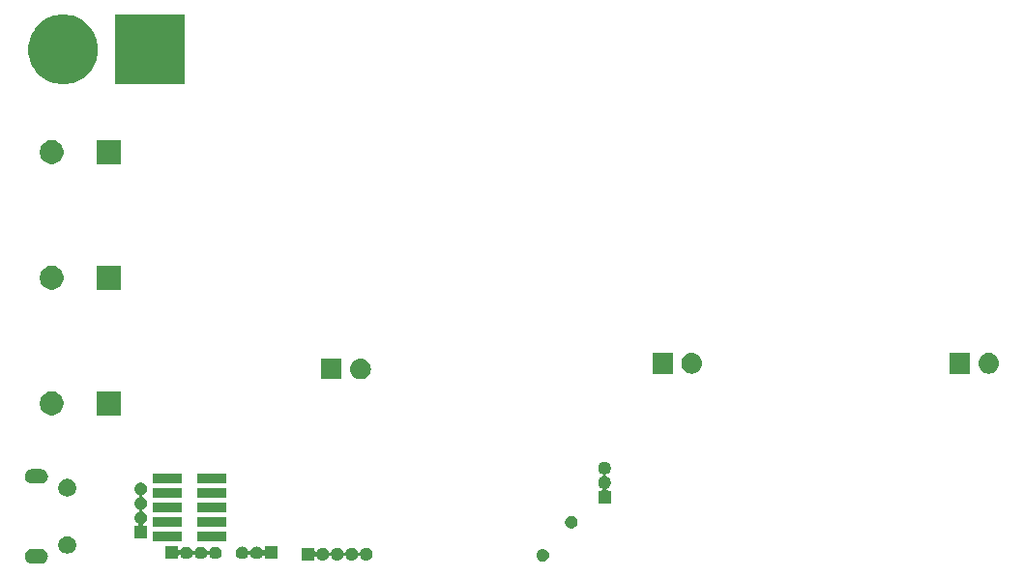
<source format=gbr>
G04 #@! TF.GenerationSoftware,KiCad,Pcbnew,(5.1.2)-2*
G04 #@! TF.CreationDate,2020-07-11T15:10:55+01:00*
G04 #@! TF.ProjectId,INV_Board,494e565f-426f-4617-9264-2e6b69636164,rev?*
G04 #@! TF.SameCoordinates,Original*
G04 #@! TF.FileFunction,Soldermask,Bot*
G04 #@! TF.FilePolarity,Negative*
%FSLAX46Y46*%
G04 Gerber Fmt 4.6, Leading zero omitted, Abs format (unit mm)*
G04 Created by KiCad (PCBNEW (5.1.2)-2) date 2020-07-11 15:10:55*
%MOMM*%
%LPD*%
G04 APERTURE LIST*
%ADD10C,0.100000*%
G04 APERTURE END LIST*
D10*
G36*
X42076355Y-75752140D02*
G01*
X42140118Y-75758420D01*
X42202241Y-75777265D01*
X42262836Y-75795646D01*
X42375925Y-75856094D01*
X42475054Y-75937446D01*
X42556406Y-76036575D01*
X42616854Y-76149664D01*
X42616855Y-76149668D01*
X42654080Y-76272382D01*
X42666649Y-76400000D01*
X42654080Y-76527618D01*
X42634701Y-76591501D01*
X42616854Y-76650336D01*
X42556406Y-76763425D01*
X42475054Y-76862554D01*
X42375925Y-76943906D01*
X42262836Y-77004354D01*
X42230904Y-77014040D01*
X42140118Y-77041580D01*
X42076355Y-77047860D01*
X42044474Y-77051000D01*
X41280526Y-77051000D01*
X41248645Y-77047860D01*
X41184882Y-77041580D01*
X41094096Y-77014040D01*
X41062164Y-77004354D01*
X40949075Y-76943906D01*
X40849946Y-76862554D01*
X40768594Y-76763425D01*
X40708146Y-76650336D01*
X40690299Y-76591501D01*
X40670920Y-76527618D01*
X40658351Y-76400000D01*
X40670920Y-76272382D01*
X40708145Y-76149668D01*
X40708146Y-76149664D01*
X40768594Y-76036575D01*
X40849946Y-75937446D01*
X40949075Y-75856094D01*
X41062164Y-75795646D01*
X41122759Y-75777265D01*
X41184882Y-75758420D01*
X41248645Y-75752140D01*
X41280526Y-75749000D01*
X42044474Y-75749000D01*
X42076355Y-75752140D01*
X42076355Y-75752140D01*
G37*
G36*
X86160721Y-75770174D02*
G01*
X86260995Y-75811709D01*
X86281036Y-75825100D01*
X86351242Y-75872010D01*
X86427990Y-75948758D01*
X86451663Y-75984188D01*
X86488291Y-76039005D01*
X86529826Y-76139279D01*
X86551000Y-76245730D01*
X86551000Y-76354270D01*
X86529826Y-76460721D01*
X86488291Y-76560995D01*
X86488290Y-76560996D01*
X86427990Y-76651242D01*
X86351242Y-76727990D01*
X86328737Y-76743027D01*
X86260995Y-76788291D01*
X86160721Y-76829826D01*
X86054270Y-76851000D01*
X85945730Y-76851000D01*
X85839279Y-76829826D01*
X85739005Y-76788291D01*
X85671263Y-76743027D01*
X85648758Y-76727990D01*
X85572010Y-76651242D01*
X85511710Y-76560996D01*
X85511709Y-76560995D01*
X85470174Y-76460721D01*
X85449000Y-76354270D01*
X85449000Y-76245730D01*
X85470174Y-76139279D01*
X85511709Y-76039005D01*
X85548337Y-75984188D01*
X85572010Y-75948758D01*
X85648758Y-75872010D01*
X85718964Y-75825100D01*
X85739005Y-75811709D01*
X85839279Y-75770174D01*
X85945730Y-75749000D01*
X86054270Y-75749000D01*
X86160721Y-75770174D01*
X86160721Y-75770174D01*
G37*
G36*
X66011000Y-75877265D02*
G01*
X66013402Y-75901651D01*
X66020515Y-75925100D01*
X66032066Y-75946711D01*
X66047611Y-75965653D01*
X66066553Y-75981198D01*
X66088164Y-75992749D01*
X66111613Y-75999862D01*
X66135999Y-76002264D01*
X66160385Y-75999862D01*
X66183834Y-75992749D01*
X66205445Y-75981198D01*
X66224387Y-75965653D01*
X66239932Y-75946711D01*
X66246233Y-75936198D01*
X66269644Y-75892400D01*
X66338499Y-75808499D01*
X66346843Y-75801651D01*
X66422400Y-75739643D01*
X66490945Y-75703005D01*
X66518121Y-75688479D01*
X66621985Y-75656973D01*
X66702933Y-75649000D01*
X66757067Y-75649000D01*
X66838015Y-75656973D01*
X66941879Y-75688479D01*
X66969055Y-75703005D01*
X67037600Y-75739643D01*
X67121501Y-75808499D01*
X67190357Y-75892400D01*
X67220481Y-75948758D01*
X67241521Y-75988121D01*
X67245388Y-76000869D01*
X67254760Y-76023496D01*
X67268374Y-76043870D01*
X67285701Y-76061197D01*
X67306075Y-76074811D01*
X67328714Y-76084188D01*
X67352747Y-76088969D01*
X67377251Y-76088969D01*
X67401285Y-76084189D01*
X67423924Y-76074812D01*
X67444298Y-76061198D01*
X67461625Y-76043871D01*
X67475239Y-76023497D01*
X67484612Y-76000869D01*
X67488479Y-75988121D01*
X67509519Y-75948758D01*
X67539643Y-75892400D01*
X67608499Y-75808499D01*
X67692400Y-75739643D01*
X67760945Y-75703005D01*
X67788121Y-75688479D01*
X67891985Y-75656973D01*
X67972933Y-75649000D01*
X68027067Y-75649000D01*
X68108015Y-75656973D01*
X68211879Y-75688479D01*
X68239055Y-75703005D01*
X68307600Y-75739643D01*
X68391501Y-75808499D01*
X68460357Y-75892400D01*
X68490481Y-75948758D01*
X68511521Y-75988121D01*
X68515388Y-76000869D01*
X68524760Y-76023496D01*
X68538374Y-76043870D01*
X68555701Y-76061197D01*
X68576075Y-76074811D01*
X68598714Y-76084188D01*
X68622747Y-76088969D01*
X68647251Y-76088969D01*
X68671285Y-76084189D01*
X68693924Y-76074812D01*
X68714298Y-76061198D01*
X68731625Y-76043871D01*
X68745239Y-76023497D01*
X68754612Y-76000869D01*
X68758479Y-75988121D01*
X68779519Y-75948758D01*
X68809643Y-75892400D01*
X68878499Y-75808499D01*
X68962400Y-75739643D01*
X69030945Y-75703005D01*
X69058121Y-75688479D01*
X69161985Y-75656973D01*
X69242933Y-75649000D01*
X69297067Y-75649000D01*
X69378015Y-75656973D01*
X69481879Y-75688479D01*
X69509055Y-75703005D01*
X69577600Y-75739643D01*
X69661501Y-75808499D01*
X69730357Y-75892400D01*
X69760481Y-75948758D01*
X69781521Y-75988121D01*
X69785388Y-76000869D01*
X69794760Y-76023496D01*
X69808374Y-76043870D01*
X69825701Y-76061197D01*
X69846075Y-76074811D01*
X69868714Y-76084188D01*
X69892747Y-76088969D01*
X69917251Y-76088969D01*
X69941285Y-76084189D01*
X69963924Y-76074812D01*
X69984298Y-76061198D01*
X70001625Y-76043871D01*
X70015239Y-76023497D01*
X70024612Y-76000869D01*
X70028479Y-75988121D01*
X70049519Y-75948758D01*
X70079643Y-75892400D01*
X70148499Y-75808499D01*
X70232400Y-75739643D01*
X70300945Y-75703005D01*
X70328121Y-75688479D01*
X70431985Y-75656973D01*
X70512933Y-75649000D01*
X70567067Y-75649000D01*
X70648015Y-75656973D01*
X70751879Y-75688479D01*
X70779055Y-75703005D01*
X70847600Y-75739643D01*
X70931501Y-75808499D01*
X71000357Y-75892400D01*
X71030481Y-75948758D01*
X71051521Y-75988121D01*
X71083027Y-76091985D01*
X71093666Y-76200000D01*
X71083027Y-76308015D01*
X71051521Y-76411879D01*
X71051191Y-76412496D01*
X71000357Y-76507600D01*
X70931501Y-76591501D01*
X70847600Y-76660357D01*
X70779055Y-76696995D01*
X70751879Y-76711521D01*
X70648015Y-76743027D01*
X70567067Y-76751000D01*
X70512933Y-76751000D01*
X70431985Y-76743027D01*
X70328121Y-76711521D01*
X70300945Y-76696995D01*
X70232400Y-76660357D01*
X70148499Y-76591501D01*
X70079643Y-76507600D01*
X70028809Y-76412496D01*
X70028479Y-76411879D01*
X70024612Y-76399131D01*
X70015240Y-76376504D01*
X70001626Y-76356130D01*
X69984299Y-76338803D01*
X69963925Y-76325189D01*
X69941286Y-76315812D01*
X69917253Y-76311031D01*
X69892749Y-76311031D01*
X69868715Y-76315811D01*
X69846076Y-76325188D01*
X69825702Y-76338802D01*
X69808375Y-76356129D01*
X69794761Y-76376503D01*
X69785388Y-76399131D01*
X69781521Y-76411879D01*
X69781191Y-76412496D01*
X69730357Y-76507600D01*
X69661501Y-76591501D01*
X69577600Y-76660357D01*
X69509055Y-76696995D01*
X69481879Y-76711521D01*
X69378015Y-76743027D01*
X69297067Y-76751000D01*
X69242933Y-76751000D01*
X69161985Y-76743027D01*
X69058121Y-76711521D01*
X69030945Y-76696995D01*
X68962400Y-76660357D01*
X68878499Y-76591501D01*
X68809643Y-76507600D01*
X68758809Y-76412496D01*
X68758479Y-76411879D01*
X68754612Y-76399131D01*
X68745240Y-76376504D01*
X68731626Y-76356130D01*
X68714299Y-76338803D01*
X68693925Y-76325189D01*
X68671286Y-76315812D01*
X68647253Y-76311031D01*
X68622749Y-76311031D01*
X68598715Y-76315811D01*
X68576076Y-76325188D01*
X68555702Y-76338802D01*
X68538375Y-76356129D01*
X68524761Y-76376503D01*
X68515388Y-76399131D01*
X68511521Y-76411879D01*
X68511191Y-76412496D01*
X68460357Y-76507600D01*
X68391501Y-76591501D01*
X68307600Y-76660357D01*
X68239055Y-76696995D01*
X68211879Y-76711521D01*
X68108015Y-76743027D01*
X68027067Y-76751000D01*
X67972933Y-76751000D01*
X67891985Y-76743027D01*
X67788121Y-76711521D01*
X67760945Y-76696995D01*
X67692400Y-76660357D01*
X67608499Y-76591501D01*
X67539643Y-76507600D01*
X67488809Y-76412496D01*
X67488479Y-76411879D01*
X67484612Y-76399131D01*
X67475240Y-76376504D01*
X67461626Y-76356130D01*
X67444299Y-76338803D01*
X67423925Y-76325189D01*
X67401286Y-76315812D01*
X67377253Y-76311031D01*
X67352749Y-76311031D01*
X67328715Y-76315811D01*
X67306076Y-76325188D01*
X67285702Y-76338802D01*
X67268375Y-76356129D01*
X67254761Y-76376503D01*
X67245388Y-76399131D01*
X67241521Y-76411879D01*
X67241191Y-76412496D01*
X67190357Y-76507600D01*
X67121501Y-76591501D01*
X67037600Y-76660357D01*
X66969055Y-76696995D01*
X66941879Y-76711521D01*
X66838015Y-76743027D01*
X66757067Y-76751000D01*
X66702933Y-76751000D01*
X66621985Y-76743027D01*
X66518121Y-76711521D01*
X66490945Y-76696995D01*
X66422400Y-76660357D01*
X66338499Y-76591501D01*
X66269644Y-76507600D01*
X66246236Y-76463807D01*
X66232625Y-76443437D01*
X66215298Y-76426110D01*
X66194924Y-76412496D01*
X66172285Y-76403119D01*
X66148252Y-76398338D01*
X66123748Y-76398338D01*
X66099714Y-76403118D01*
X66077076Y-76412495D01*
X66056701Y-76426109D01*
X66039374Y-76443436D01*
X66025760Y-76463810D01*
X66016383Y-76486449D01*
X66011602Y-76510482D01*
X66011000Y-76522735D01*
X66011000Y-76751000D01*
X64909000Y-76751000D01*
X64909000Y-75649000D01*
X66011000Y-75649000D01*
X66011000Y-75877265D01*
X66011000Y-75877265D01*
G37*
G36*
X59768015Y-75556973D02*
G01*
X59871879Y-75588479D01*
X59899055Y-75603005D01*
X59967600Y-75639643D01*
X60051501Y-75708499D01*
X60120357Y-75792400D01*
X60154402Y-75856094D01*
X60171521Y-75888121D01*
X60175388Y-75900869D01*
X60184760Y-75923496D01*
X60198374Y-75943870D01*
X60215701Y-75961197D01*
X60236075Y-75974811D01*
X60258714Y-75984188D01*
X60282747Y-75988969D01*
X60307251Y-75988969D01*
X60331285Y-75984189D01*
X60353924Y-75974812D01*
X60374298Y-75961198D01*
X60391625Y-75943871D01*
X60405239Y-75923497D01*
X60414612Y-75900869D01*
X60418479Y-75888121D01*
X60435598Y-75856094D01*
X60469643Y-75792400D01*
X60538499Y-75708499D01*
X60622400Y-75639643D01*
X60690945Y-75603005D01*
X60718121Y-75588479D01*
X60821985Y-75556973D01*
X60902933Y-75549000D01*
X60957067Y-75549000D01*
X61038015Y-75556973D01*
X61141879Y-75588479D01*
X61169055Y-75603005D01*
X61237600Y-75639643D01*
X61297109Y-75688481D01*
X61321501Y-75708499D01*
X61390356Y-75792400D01*
X61413764Y-75836193D01*
X61427375Y-75856563D01*
X61444702Y-75873890D01*
X61465076Y-75887504D01*
X61487715Y-75896881D01*
X61511748Y-75901662D01*
X61536252Y-75901662D01*
X61560286Y-75896882D01*
X61582924Y-75887505D01*
X61603299Y-75873891D01*
X61620626Y-75856564D01*
X61634240Y-75836190D01*
X61643617Y-75813551D01*
X61648398Y-75789518D01*
X61649000Y-75777265D01*
X61649000Y-75549000D01*
X62751000Y-75549000D01*
X62751000Y-76651000D01*
X61649000Y-76651000D01*
X61649000Y-76422735D01*
X61646598Y-76398349D01*
X61639485Y-76374900D01*
X61627934Y-76353289D01*
X61612389Y-76334347D01*
X61593447Y-76318802D01*
X61571836Y-76307251D01*
X61548387Y-76300138D01*
X61524001Y-76297736D01*
X61499615Y-76300138D01*
X61476166Y-76307251D01*
X61454555Y-76318802D01*
X61435613Y-76334347D01*
X61420068Y-76353289D01*
X61413767Y-76363802D01*
X61390356Y-76407600D01*
X61325647Y-76486449D01*
X61321501Y-76491501D01*
X61237600Y-76560357D01*
X61179333Y-76591501D01*
X61141879Y-76611521D01*
X61038015Y-76643027D01*
X60957067Y-76651000D01*
X60902933Y-76651000D01*
X60821985Y-76643027D01*
X60718121Y-76611521D01*
X60680667Y-76591501D01*
X60622400Y-76560357D01*
X60538499Y-76491501D01*
X60469643Y-76407600D01*
X60426085Y-76326109D01*
X60418479Y-76311879D01*
X60414612Y-76299131D01*
X60405240Y-76276504D01*
X60391626Y-76256130D01*
X60374299Y-76238803D01*
X60353925Y-76225189D01*
X60331286Y-76215812D01*
X60307253Y-76211031D01*
X60282749Y-76211031D01*
X60258715Y-76215811D01*
X60236076Y-76225188D01*
X60215702Y-76238802D01*
X60198375Y-76256129D01*
X60184761Y-76276503D01*
X60175388Y-76299131D01*
X60171521Y-76311879D01*
X60163915Y-76326109D01*
X60120357Y-76407600D01*
X60051501Y-76491501D01*
X59967600Y-76560357D01*
X59909333Y-76591501D01*
X59871879Y-76611521D01*
X59768015Y-76643027D01*
X59687067Y-76651000D01*
X59632933Y-76651000D01*
X59551985Y-76643027D01*
X59448121Y-76611521D01*
X59410667Y-76591501D01*
X59352400Y-76560357D01*
X59268499Y-76491501D01*
X59199643Y-76407600D01*
X59156085Y-76326109D01*
X59148479Y-76311879D01*
X59116973Y-76208015D01*
X59106334Y-76100000D01*
X59116973Y-75991985D01*
X59148479Y-75888121D01*
X59165598Y-75856094D01*
X59199643Y-75792400D01*
X59268499Y-75708499D01*
X59352400Y-75639643D01*
X59420945Y-75603005D01*
X59448121Y-75588479D01*
X59551985Y-75556973D01*
X59632933Y-75549000D01*
X59687067Y-75549000D01*
X59768015Y-75556973D01*
X59768015Y-75556973D01*
G37*
G36*
X54081000Y-75777265D02*
G01*
X54083402Y-75801651D01*
X54090515Y-75825100D01*
X54102066Y-75846711D01*
X54117611Y-75865653D01*
X54136553Y-75881198D01*
X54158164Y-75892749D01*
X54181613Y-75899862D01*
X54205999Y-75902264D01*
X54230385Y-75899862D01*
X54253834Y-75892749D01*
X54275445Y-75881198D01*
X54294387Y-75865653D01*
X54309932Y-75846711D01*
X54316233Y-75836198D01*
X54339644Y-75792400D01*
X54408499Y-75708499D01*
X54432891Y-75688481D01*
X54492400Y-75639643D01*
X54560945Y-75603005D01*
X54588121Y-75588479D01*
X54691985Y-75556973D01*
X54772933Y-75549000D01*
X54827067Y-75549000D01*
X54908015Y-75556973D01*
X55011879Y-75588479D01*
X55039055Y-75603005D01*
X55107600Y-75639643D01*
X55191501Y-75708499D01*
X55260357Y-75792400D01*
X55294402Y-75856094D01*
X55311521Y-75888121D01*
X55315388Y-75900869D01*
X55324760Y-75923496D01*
X55338374Y-75943870D01*
X55355701Y-75961197D01*
X55376075Y-75974811D01*
X55398714Y-75984188D01*
X55422747Y-75988969D01*
X55447251Y-75988969D01*
X55471285Y-75984189D01*
X55493924Y-75974812D01*
X55514298Y-75961198D01*
X55531625Y-75943871D01*
X55545239Y-75923497D01*
X55554612Y-75900869D01*
X55558479Y-75888121D01*
X55575598Y-75856094D01*
X55609643Y-75792400D01*
X55678499Y-75708499D01*
X55762400Y-75639643D01*
X55830945Y-75603005D01*
X55858121Y-75588479D01*
X55961985Y-75556973D01*
X56042933Y-75549000D01*
X56097067Y-75549000D01*
X56178015Y-75556973D01*
X56281879Y-75588479D01*
X56309055Y-75603005D01*
X56377600Y-75639643D01*
X56461501Y-75708499D01*
X56530357Y-75792400D01*
X56564402Y-75856094D01*
X56581521Y-75888121D01*
X56585388Y-75900869D01*
X56594760Y-75923496D01*
X56608374Y-75943870D01*
X56625701Y-75961197D01*
X56646075Y-75974811D01*
X56668714Y-75984188D01*
X56692747Y-75988969D01*
X56717251Y-75988969D01*
X56741285Y-75984189D01*
X56763924Y-75974812D01*
X56784298Y-75961198D01*
X56801625Y-75943871D01*
X56815239Y-75923497D01*
X56824612Y-75900869D01*
X56828479Y-75888121D01*
X56845598Y-75856094D01*
X56879643Y-75792400D01*
X56948499Y-75708499D01*
X57032400Y-75639643D01*
X57100945Y-75603005D01*
X57128121Y-75588479D01*
X57231985Y-75556973D01*
X57312933Y-75549000D01*
X57367067Y-75549000D01*
X57448015Y-75556973D01*
X57551879Y-75588479D01*
X57579055Y-75603005D01*
X57647600Y-75639643D01*
X57731501Y-75708499D01*
X57800357Y-75792400D01*
X57834402Y-75856094D01*
X57851521Y-75888121D01*
X57883027Y-75991985D01*
X57893666Y-76100000D01*
X57883027Y-76208015D01*
X57851521Y-76311879D01*
X57843915Y-76326109D01*
X57800357Y-76407600D01*
X57731501Y-76491501D01*
X57647600Y-76560357D01*
X57589333Y-76591501D01*
X57551879Y-76611521D01*
X57448015Y-76643027D01*
X57367067Y-76651000D01*
X57312933Y-76651000D01*
X57231985Y-76643027D01*
X57128121Y-76611521D01*
X57090667Y-76591501D01*
X57032400Y-76560357D01*
X56948499Y-76491501D01*
X56879643Y-76407600D01*
X56836085Y-76326109D01*
X56828479Y-76311879D01*
X56824612Y-76299131D01*
X56815240Y-76276504D01*
X56801626Y-76256130D01*
X56784299Y-76238803D01*
X56763925Y-76225189D01*
X56741286Y-76215812D01*
X56717253Y-76211031D01*
X56692749Y-76211031D01*
X56668715Y-76215811D01*
X56646076Y-76225188D01*
X56625702Y-76238802D01*
X56608375Y-76256129D01*
X56594761Y-76276503D01*
X56585388Y-76299131D01*
X56581521Y-76311879D01*
X56573915Y-76326109D01*
X56530357Y-76407600D01*
X56461501Y-76491501D01*
X56377600Y-76560357D01*
X56319333Y-76591501D01*
X56281879Y-76611521D01*
X56178015Y-76643027D01*
X56097067Y-76651000D01*
X56042933Y-76651000D01*
X55961985Y-76643027D01*
X55858121Y-76611521D01*
X55820667Y-76591501D01*
X55762400Y-76560357D01*
X55678499Y-76491501D01*
X55609643Y-76407600D01*
X55566085Y-76326109D01*
X55558479Y-76311879D01*
X55554612Y-76299131D01*
X55545240Y-76276504D01*
X55531626Y-76256130D01*
X55514299Y-76238803D01*
X55493925Y-76225189D01*
X55471286Y-76215812D01*
X55447253Y-76211031D01*
X55422749Y-76211031D01*
X55398715Y-76215811D01*
X55376076Y-76225188D01*
X55355702Y-76238802D01*
X55338375Y-76256129D01*
X55324761Y-76276503D01*
X55315388Y-76299131D01*
X55311521Y-76311879D01*
X55303915Y-76326109D01*
X55260357Y-76407600D01*
X55191501Y-76491501D01*
X55107600Y-76560357D01*
X55049333Y-76591501D01*
X55011879Y-76611521D01*
X54908015Y-76643027D01*
X54827067Y-76651000D01*
X54772933Y-76651000D01*
X54691985Y-76643027D01*
X54588121Y-76611521D01*
X54550667Y-76591501D01*
X54492400Y-76560357D01*
X54408499Y-76491501D01*
X54404353Y-76486449D01*
X54339644Y-76407600D01*
X54316236Y-76363807D01*
X54302625Y-76343437D01*
X54285298Y-76326110D01*
X54264924Y-76312496D01*
X54242285Y-76303119D01*
X54218252Y-76298338D01*
X54193748Y-76298338D01*
X54169714Y-76303118D01*
X54147076Y-76312495D01*
X54126701Y-76326109D01*
X54109374Y-76343436D01*
X54095760Y-76363810D01*
X54086383Y-76386449D01*
X54081602Y-76410482D01*
X54081000Y-76422735D01*
X54081000Y-76651000D01*
X52979000Y-76651000D01*
X52979000Y-75549000D01*
X54081000Y-75549000D01*
X54081000Y-75777265D01*
X54081000Y-75777265D01*
G37*
G36*
X44588848Y-74653820D02*
G01*
X44588850Y-74653821D01*
X44588851Y-74653821D01*
X44730074Y-74712317D01*
X44730077Y-74712319D01*
X44857169Y-74797239D01*
X44965261Y-74905331D01*
X45050181Y-75032423D01*
X45050183Y-75032426D01*
X45108679Y-75173649D01*
X45108680Y-75173652D01*
X45138500Y-75323569D01*
X45138500Y-75476431D01*
X45116213Y-75588479D01*
X45108679Y-75626351D01*
X45050183Y-75767574D01*
X45050181Y-75767577D01*
X44965261Y-75894669D01*
X44857169Y-76002761D01*
X44749338Y-76074811D01*
X44730074Y-76087683D01*
X44588851Y-76146179D01*
X44588850Y-76146179D01*
X44588848Y-76146180D01*
X44438931Y-76176000D01*
X44286069Y-76176000D01*
X44136152Y-76146180D01*
X44136150Y-76146179D01*
X44136149Y-76146179D01*
X43994926Y-76087683D01*
X43975662Y-76074811D01*
X43867831Y-76002761D01*
X43759739Y-75894669D01*
X43674819Y-75767577D01*
X43674817Y-75767574D01*
X43616321Y-75626351D01*
X43608788Y-75588479D01*
X43586500Y-75476431D01*
X43586500Y-75323569D01*
X43616320Y-75173652D01*
X43616321Y-75173649D01*
X43674817Y-75032426D01*
X43674819Y-75032423D01*
X43759739Y-74905331D01*
X43867831Y-74797239D01*
X43994923Y-74712319D01*
X43994926Y-74712317D01*
X44136149Y-74653821D01*
X44136150Y-74653821D01*
X44136152Y-74653820D01*
X44286069Y-74624000D01*
X44438931Y-74624000D01*
X44588848Y-74653820D01*
X44588848Y-74653820D01*
G37*
G36*
X58251000Y-75061000D02*
G01*
X55749000Y-75061000D01*
X55749000Y-74219000D01*
X58251000Y-74219000D01*
X58251000Y-75061000D01*
X58251000Y-75061000D01*
G37*
G36*
X54351000Y-75061000D02*
G01*
X51849000Y-75061000D01*
X51849000Y-74219000D01*
X54351000Y-74219000D01*
X54351000Y-75061000D01*
X54351000Y-75061000D01*
G37*
G36*
X50908015Y-69946973D02*
G01*
X51011879Y-69978479D01*
X51016595Y-69981000D01*
X51107600Y-70029643D01*
X51191501Y-70098499D01*
X51260357Y-70182400D01*
X51289862Y-70237600D01*
X51311521Y-70278121D01*
X51343027Y-70381985D01*
X51353666Y-70490000D01*
X51343027Y-70598015D01*
X51311521Y-70701879D01*
X51311519Y-70701882D01*
X51260357Y-70797600D01*
X51191501Y-70881501D01*
X51107600Y-70950357D01*
X51039055Y-70986995D01*
X51011879Y-71001521D01*
X50999131Y-71005388D01*
X50976504Y-71014760D01*
X50956130Y-71028374D01*
X50938803Y-71045701D01*
X50925189Y-71066075D01*
X50915812Y-71088714D01*
X50911031Y-71112747D01*
X50911031Y-71137251D01*
X50915811Y-71161285D01*
X50925188Y-71183924D01*
X50938802Y-71204298D01*
X50956129Y-71221625D01*
X50976503Y-71235239D01*
X50999131Y-71244612D01*
X51011879Y-71248479D01*
X51016595Y-71251000D01*
X51107600Y-71299643D01*
X51191501Y-71368499D01*
X51260357Y-71452400D01*
X51296995Y-71520945D01*
X51311521Y-71548121D01*
X51343027Y-71651985D01*
X51353666Y-71760000D01*
X51343027Y-71868015D01*
X51311521Y-71971879D01*
X51311519Y-71971882D01*
X51260357Y-72067600D01*
X51191501Y-72151501D01*
X51107600Y-72220357D01*
X51039055Y-72256995D01*
X51011879Y-72271521D01*
X50999131Y-72275388D01*
X50976504Y-72284760D01*
X50956130Y-72298374D01*
X50938803Y-72315701D01*
X50925189Y-72336075D01*
X50915812Y-72358714D01*
X50911031Y-72382747D01*
X50911031Y-72407251D01*
X50915811Y-72431285D01*
X50925188Y-72453924D01*
X50938802Y-72474298D01*
X50956129Y-72491625D01*
X50976503Y-72505239D01*
X50999131Y-72514612D01*
X51011879Y-72518479D01*
X51016595Y-72521000D01*
X51107600Y-72569643D01*
X51191501Y-72638499D01*
X51260357Y-72722400D01*
X51296995Y-72790945D01*
X51311521Y-72818121D01*
X51343027Y-72921985D01*
X51353666Y-73030000D01*
X51343027Y-73138015D01*
X51311521Y-73241879D01*
X51311519Y-73241882D01*
X51260357Y-73337600D01*
X51191501Y-73421501D01*
X51107600Y-73490356D01*
X51063807Y-73513764D01*
X51043437Y-73527375D01*
X51026110Y-73544702D01*
X51012496Y-73565076D01*
X51003119Y-73587715D01*
X50998338Y-73611748D01*
X50998338Y-73636252D01*
X51003118Y-73660286D01*
X51012495Y-73682924D01*
X51026109Y-73703299D01*
X51043436Y-73720626D01*
X51063810Y-73734240D01*
X51086449Y-73743617D01*
X51110482Y-73748398D01*
X51122735Y-73749000D01*
X51351000Y-73749000D01*
X51351000Y-74851000D01*
X50249000Y-74851000D01*
X50249000Y-73749000D01*
X50477265Y-73749000D01*
X50501651Y-73746598D01*
X50525100Y-73739485D01*
X50546711Y-73727934D01*
X50565653Y-73712389D01*
X50581198Y-73693447D01*
X50592749Y-73671836D01*
X50599862Y-73648387D01*
X50602264Y-73624001D01*
X50599862Y-73599615D01*
X50592749Y-73576166D01*
X50581198Y-73554555D01*
X50565653Y-73535613D01*
X50546711Y-73520068D01*
X50536198Y-73513767D01*
X50492400Y-73490356D01*
X50408499Y-73421501D01*
X50339643Y-73337600D01*
X50288481Y-73241882D01*
X50288479Y-73241879D01*
X50256973Y-73138015D01*
X50246334Y-73030000D01*
X50256973Y-72921985D01*
X50288479Y-72818121D01*
X50303005Y-72790945D01*
X50339643Y-72722400D01*
X50408499Y-72638499D01*
X50492400Y-72569643D01*
X50583405Y-72521000D01*
X50588121Y-72518479D01*
X50600869Y-72514612D01*
X50623496Y-72505240D01*
X50643870Y-72491626D01*
X50661197Y-72474299D01*
X50674811Y-72453925D01*
X50684188Y-72431286D01*
X50688969Y-72407253D01*
X50688969Y-72382749D01*
X50684189Y-72358715D01*
X50674812Y-72336076D01*
X50661198Y-72315702D01*
X50643871Y-72298375D01*
X50623497Y-72284761D01*
X50600869Y-72275388D01*
X50588121Y-72271521D01*
X50560945Y-72256995D01*
X50492400Y-72220357D01*
X50408499Y-72151501D01*
X50339643Y-72067600D01*
X50288481Y-71971882D01*
X50288479Y-71971879D01*
X50256973Y-71868015D01*
X50246334Y-71760000D01*
X50256973Y-71651985D01*
X50288479Y-71548121D01*
X50303005Y-71520945D01*
X50339643Y-71452400D01*
X50408499Y-71368499D01*
X50492400Y-71299643D01*
X50583405Y-71251000D01*
X50588121Y-71248479D01*
X50600869Y-71244612D01*
X50623496Y-71235240D01*
X50643870Y-71221626D01*
X50661197Y-71204299D01*
X50674811Y-71183925D01*
X50684188Y-71161286D01*
X50688969Y-71137253D01*
X50688969Y-71112749D01*
X50684189Y-71088715D01*
X50674812Y-71066076D01*
X50661198Y-71045702D01*
X50643871Y-71028375D01*
X50623497Y-71014761D01*
X50600869Y-71005388D01*
X50588121Y-71001521D01*
X50560945Y-70986995D01*
X50492400Y-70950357D01*
X50408499Y-70881501D01*
X50339643Y-70797600D01*
X50288481Y-70701882D01*
X50288479Y-70701879D01*
X50256973Y-70598015D01*
X50246334Y-70490000D01*
X50256973Y-70381985D01*
X50288479Y-70278121D01*
X50310138Y-70237600D01*
X50339643Y-70182400D01*
X50408499Y-70098499D01*
X50492400Y-70029643D01*
X50583405Y-69981000D01*
X50588121Y-69978479D01*
X50691985Y-69946973D01*
X50772933Y-69939000D01*
X50827067Y-69939000D01*
X50908015Y-69946973D01*
X50908015Y-69946973D01*
G37*
G36*
X88660721Y-72870174D02*
G01*
X88760995Y-72911709D01*
X88760996Y-72911710D01*
X88851242Y-72972010D01*
X88927990Y-73048758D01*
X88927991Y-73048760D01*
X88988291Y-73139005D01*
X89029826Y-73239279D01*
X89051000Y-73345730D01*
X89051000Y-73454270D01*
X89029826Y-73560721D01*
X88988291Y-73660995D01*
X88988290Y-73660996D01*
X88927990Y-73751242D01*
X88851242Y-73827990D01*
X88805812Y-73858345D01*
X88760995Y-73888291D01*
X88660721Y-73929826D01*
X88554270Y-73951000D01*
X88445730Y-73951000D01*
X88339279Y-73929826D01*
X88239005Y-73888291D01*
X88194188Y-73858345D01*
X88148758Y-73827990D01*
X88072010Y-73751242D01*
X88011710Y-73660996D01*
X88011709Y-73660995D01*
X87970174Y-73560721D01*
X87949000Y-73454270D01*
X87949000Y-73345730D01*
X87970174Y-73239279D01*
X88011709Y-73139005D01*
X88072009Y-73048760D01*
X88072010Y-73048758D01*
X88148758Y-72972010D01*
X88239004Y-72911710D01*
X88239005Y-72911709D01*
X88339279Y-72870174D01*
X88445730Y-72849000D01*
X88554270Y-72849000D01*
X88660721Y-72870174D01*
X88660721Y-72870174D01*
G37*
G36*
X58251000Y-73791000D02*
G01*
X55749000Y-73791000D01*
X55749000Y-72949000D01*
X58251000Y-72949000D01*
X58251000Y-73791000D01*
X58251000Y-73791000D01*
G37*
G36*
X54351000Y-73791000D02*
G01*
X51849000Y-73791000D01*
X51849000Y-72949000D01*
X54351000Y-72949000D01*
X54351000Y-73791000D01*
X54351000Y-73791000D01*
G37*
G36*
X58251000Y-72521000D02*
G01*
X55749000Y-72521000D01*
X55749000Y-71679000D01*
X58251000Y-71679000D01*
X58251000Y-72521000D01*
X58251000Y-72521000D01*
G37*
G36*
X54351000Y-72521000D02*
G01*
X51849000Y-72521000D01*
X51849000Y-71679000D01*
X54351000Y-71679000D01*
X54351000Y-72521000D01*
X54351000Y-72521000D01*
G37*
G36*
X91508015Y-68116973D02*
G01*
X91611879Y-68148479D01*
X91639055Y-68163005D01*
X91707600Y-68199643D01*
X91791501Y-68268499D01*
X91860357Y-68352400D01*
X91896995Y-68420945D01*
X91911521Y-68448121D01*
X91943027Y-68551985D01*
X91953666Y-68660000D01*
X91943027Y-68768015D01*
X91911521Y-68871879D01*
X91911519Y-68871882D01*
X91860357Y-68967600D01*
X91791501Y-69051501D01*
X91707600Y-69120357D01*
X91639055Y-69156995D01*
X91611879Y-69171521D01*
X91599131Y-69175388D01*
X91576504Y-69184760D01*
X91556130Y-69198374D01*
X91538803Y-69215701D01*
X91525189Y-69236075D01*
X91515812Y-69258714D01*
X91511031Y-69282747D01*
X91511031Y-69307251D01*
X91515811Y-69331285D01*
X91525188Y-69353924D01*
X91538802Y-69374298D01*
X91556129Y-69391625D01*
X91576503Y-69405239D01*
X91599131Y-69414612D01*
X91611879Y-69418479D01*
X91639055Y-69433005D01*
X91707600Y-69469643D01*
X91791501Y-69538499D01*
X91860357Y-69622400D01*
X91896995Y-69690945D01*
X91911521Y-69718121D01*
X91943027Y-69821985D01*
X91953666Y-69930000D01*
X91943027Y-70038015D01*
X91911521Y-70141879D01*
X91911519Y-70141882D01*
X91860357Y-70237600D01*
X91827102Y-70278121D01*
X91791501Y-70321501D01*
X91707600Y-70390356D01*
X91663807Y-70413764D01*
X91643437Y-70427375D01*
X91626110Y-70444702D01*
X91612496Y-70465076D01*
X91603119Y-70487715D01*
X91598338Y-70511748D01*
X91598338Y-70536252D01*
X91603118Y-70560286D01*
X91612495Y-70582924D01*
X91626109Y-70603299D01*
X91643436Y-70620626D01*
X91663810Y-70634240D01*
X91686449Y-70643617D01*
X91710482Y-70648398D01*
X91722735Y-70649000D01*
X91951000Y-70649000D01*
X91951000Y-71751000D01*
X90849000Y-71751000D01*
X90849000Y-70649000D01*
X91077265Y-70649000D01*
X91101651Y-70646598D01*
X91125100Y-70639485D01*
X91146711Y-70627934D01*
X91165653Y-70612389D01*
X91181198Y-70593447D01*
X91192749Y-70571836D01*
X91199862Y-70548387D01*
X91202264Y-70524001D01*
X91199862Y-70499615D01*
X91192749Y-70476166D01*
X91181198Y-70454555D01*
X91165653Y-70435613D01*
X91146711Y-70420068D01*
X91136198Y-70413767D01*
X91092400Y-70390356D01*
X91008499Y-70321501D01*
X90972898Y-70278121D01*
X90939643Y-70237600D01*
X90888481Y-70141882D01*
X90888479Y-70141879D01*
X90856973Y-70038015D01*
X90846334Y-69930000D01*
X90856973Y-69821985D01*
X90888479Y-69718121D01*
X90903005Y-69690945D01*
X90939643Y-69622400D01*
X91008499Y-69538499D01*
X91092400Y-69469643D01*
X91160945Y-69433005D01*
X91188121Y-69418479D01*
X91200869Y-69414612D01*
X91223496Y-69405240D01*
X91243870Y-69391626D01*
X91261197Y-69374299D01*
X91274811Y-69353925D01*
X91284188Y-69331286D01*
X91288969Y-69307253D01*
X91288969Y-69282749D01*
X91284189Y-69258715D01*
X91274812Y-69236076D01*
X91261198Y-69215702D01*
X91243871Y-69198375D01*
X91223497Y-69184761D01*
X91200869Y-69175388D01*
X91188121Y-69171521D01*
X91160945Y-69156995D01*
X91092400Y-69120357D01*
X91008499Y-69051501D01*
X90939643Y-68967600D01*
X90888481Y-68871882D01*
X90888479Y-68871879D01*
X90856973Y-68768015D01*
X90846334Y-68660000D01*
X90856973Y-68551985D01*
X90888479Y-68448121D01*
X90903005Y-68420945D01*
X90939643Y-68352400D01*
X91008499Y-68268499D01*
X91092400Y-68199643D01*
X91160945Y-68163005D01*
X91188121Y-68148479D01*
X91291985Y-68116973D01*
X91372933Y-68109000D01*
X91427067Y-68109000D01*
X91508015Y-68116973D01*
X91508015Y-68116973D01*
G37*
G36*
X54351000Y-71251000D02*
G01*
X51849000Y-71251000D01*
X51849000Y-70409000D01*
X54351000Y-70409000D01*
X54351000Y-71251000D01*
X54351000Y-71251000D01*
G37*
G36*
X58251000Y-71251000D02*
G01*
X55749000Y-71251000D01*
X55749000Y-70409000D01*
X58251000Y-70409000D01*
X58251000Y-71251000D01*
X58251000Y-71251000D01*
G37*
G36*
X44588848Y-69653820D02*
G01*
X44588850Y-69653821D01*
X44588851Y-69653821D01*
X44730074Y-69712317D01*
X44730077Y-69712319D01*
X44857169Y-69797239D01*
X44965261Y-69905331D01*
X45048323Y-70029643D01*
X45050183Y-70032426D01*
X45108679Y-70173649D01*
X45108680Y-70173652D01*
X45138500Y-70323569D01*
X45138500Y-70476431D01*
X45111457Y-70612389D01*
X45108679Y-70626351D01*
X45050183Y-70767574D01*
X45050181Y-70767577D01*
X44965261Y-70894669D01*
X44857169Y-71002761D01*
X44762411Y-71066076D01*
X44730074Y-71087683D01*
X44588851Y-71146179D01*
X44588850Y-71146179D01*
X44588848Y-71146180D01*
X44438931Y-71176000D01*
X44286069Y-71176000D01*
X44136152Y-71146180D01*
X44136150Y-71146179D01*
X44136149Y-71146179D01*
X43994926Y-71087683D01*
X43962589Y-71066076D01*
X43867831Y-71002761D01*
X43759739Y-70894669D01*
X43674819Y-70767577D01*
X43674817Y-70767574D01*
X43616321Y-70626351D01*
X43613544Y-70612389D01*
X43586500Y-70476431D01*
X43586500Y-70323569D01*
X43616320Y-70173652D01*
X43616321Y-70173649D01*
X43674817Y-70032426D01*
X43676677Y-70029643D01*
X43759739Y-69905331D01*
X43867831Y-69797239D01*
X43994923Y-69712319D01*
X43994926Y-69712317D01*
X44136149Y-69653821D01*
X44136150Y-69653821D01*
X44136152Y-69653820D01*
X44286069Y-69624000D01*
X44438931Y-69624000D01*
X44588848Y-69653820D01*
X44588848Y-69653820D01*
G37*
G36*
X42076355Y-68752140D02*
G01*
X42140118Y-68758420D01*
X42230904Y-68785960D01*
X42262836Y-68795646D01*
X42375925Y-68856094D01*
X42475054Y-68937446D01*
X42556406Y-69036575D01*
X42616854Y-69149664D01*
X42623484Y-69171521D01*
X42654080Y-69272382D01*
X42666649Y-69400000D01*
X42654080Y-69527618D01*
X42650779Y-69538499D01*
X42616854Y-69650336D01*
X42556406Y-69763425D01*
X42475054Y-69862554D01*
X42375925Y-69943906D01*
X42262836Y-70004354D01*
X42230904Y-70014040D01*
X42140118Y-70041580D01*
X42076355Y-70047860D01*
X42044474Y-70051000D01*
X41280526Y-70051000D01*
X41248645Y-70047860D01*
X41184882Y-70041580D01*
X41094096Y-70014040D01*
X41062164Y-70004354D01*
X40949075Y-69943906D01*
X40849946Y-69862554D01*
X40768594Y-69763425D01*
X40708146Y-69650336D01*
X40674221Y-69538499D01*
X40670920Y-69527618D01*
X40658351Y-69400000D01*
X40670920Y-69272382D01*
X40701516Y-69171521D01*
X40708146Y-69149664D01*
X40768594Y-69036575D01*
X40849946Y-68937446D01*
X40949075Y-68856094D01*
X41062164Y-68795646D01*
X41094096Y-68785960D01*
X41184882Y-68758420D01*
X41248645Y-68752140D01*
X41280526Y-68749000D01*
X42044474Y-68749000D01*
X42076355Y-68752140D01*
X42076355Y-68752140D01*
G37*
G36*
X58251000Y-69981000D02*
G01*
X55749000Y-69981000D01*
X55749000Y-69139000D01*
X58251000Y-69139000D01*
X58251000Y-69981000D01*
X58251000Y-69981000D01*
G37*
G36*
X54351000Y-69981000D02*
G01*
X51849000Y-69981000D01*
X51849000Y-69139000D01*
X54351000Y-69139000D01*
X54351000Y-69981000D01*
X54351000Y-69981000D01*
G37*
G36*
X49051000Y-64051000D02*
G01*
X46949000Y-64051000D01*
X46949000Y-61949000D01*
X49051000Y-61949000D01*
X49051000Y-64051000D01*
X49051000Y-64051000D01*
G37*
G36*
X43306564Y-61989389D02*
G01*
X43497833Y-62068615D01*
X43497835Y-62068616D01*
X43669973Y-62183635D01*
X43816365Y-62330027D01*
X43931385Y-62502167D01*
X44010611Y-62693436D01*
X44051000Y-62896484D01*
X44051000Y-63103516D01*
X44010611Y-63306564D01*
X43931385Y-63497833D01*
X43931384Y-63497835D01*
X43816365Y-63669973D01*
X43669973Y-63816365D01*
X43497835Y-63931384D01*
X43497834Y-63931385D01*
X43497833Y-63931385D01*
X43306564Y-64010611D01*
X43103516Y-64051000D01*
X42896484Y-64051000D01*
X42693436Y-64010611D01*
X42502167Y-63931385D01*
X42502166Y-63931385D01*
X42502165Y-63931384D01*
X42330027Y-63816365D01*
X42183635Y-63669973D01*
X42068616Y-63497835D01*
X42068615Y-63497833D01*
X41989389Y-63306564D01*
X41949000Y-63103516D01*
X41949000Y-62896484D01*
X41989389Y-62693436D01*
X42068615Y-62502167D01*
X42183635Y-62330027D01*
X42330027Y-62183635D01*
X42502165Y-62068616D01*
X42502167Y-62068615D01*
X42693436Y-61989389D01*
X42896484Y-61949000D01*
X43103516Y-61949000D01*
X43306564Y-61989389D01*
X43306564Y-61989389D01*
G37*
G36*
X68401000Y-60901000D02*
G01*
X66599000Y-60901000D01*
X66599000Y-59099000D01*
X68401000Y-59099000D01*
X68401000Y-60901000D01*
X68401000Y-60901000D01*
G37*
G36*
X70150443Y-59105519D02*
G01*
X70216627Y-59112037D01*
X70386466Y-59163557D01*
X70542991Y-59247222D01*
X70578729Y-59276552D01*
X70680186Y-59359814D01*
X70763448Y-59461271D01*
X70792778Y-59497009D01*
X70876443Y-59653534D01*
X70927963Y-59823373D01*
X70945359Y-60000000D01*
X70927963Y-60176627D01*
X70876443Y-60346466D01*
X70792778Y-60502991D01*
X70763448Y-60538729D01*
X70680186Y-60640186D01*
X70578729Y-60723448D01*
X70542991Y-60752778D01*
X70386466Y-60836443D01*
X70216627Y-60887963D01*
X70150442Y-60894482D01*
X70084260Y-60901000D01*
X69995740Y-60901000D01*
X69929558Y-60894482D01*
X69863373Y-60887963D01*
X69693534Y-60836443D01*
X69537009Y-60752778D01*
X69501271Y-60723448D01*
X69399814Y-60640186D01*
X69316552Y-60538729D01*
X69287222Y-60502991D01*
X69203557Y-60346466D01*
X69152037Y-60176627D01*
X69134641Y-60000000D01*
X69152037Y-59823373D01*
X69203557Y-59653534D01*
X69287222Y-59497009D01*
X69316552Y-59461271D01*
X69399814Y-59359814D01*
X69501271Y-59276552D01*
X69537009Y-59247222D01*
X69693534Y-59163557D01*
X69863373Y-59112037D01*
X69929557Y-59105519D01*
X69995740Y-59099000D01*
X70084260Y-59099000D01*
X70150443Y-59105519D01*
X70150443Y-59105519D01*
G37*
G36*
X97401000Y-60401000D02*
G01*
X95599000Y-60401000D01*
X95599000Y-58599000D01*
X97401000Y-58599000D01*
X97401000Y-60401000D01*
X97401000Y-60401000D01*
G37*
G36*
X123401000Y-60401000D02*
G01*
X121599000Y-60401000D01*
X121599000Y-58599000D01*
X123401000Y-58599000D01*
X123401000Y-60401000D01*
X123401000Y-60401000D01*
G37*
G36*
X99150442Y-58605518D02*
G01*
X99216627Y-58612037D01*
X99386466Y-58663557D01*
X99542991Y-58747222D01*
X99578729Y-58776552D01*
X99680186Y-58859814D01*
X99763448Y-58961271D01*
X99792778Y-58997009D01*
X99876443Y-59153534D01*
X99927963Y-59323373D01*
X99945359Y-59500000D01*
X99927963Y-59676627D01*
X99876443Y-59846466D01*
X99792778Y-60002991D01*
X99763448Y-60038729D01*
X99680186Y-60140186D01*
X99578729Y-60223448D01*
X99542991Y-60252778D01*
X99386466Y-60336443D01*
X99216627Y-60387963D01*
X99150443Y-60394481D01*
X99084260Y-60401000D01*
X98995740Y-60401000D01*
X98929557Y-60394481D01*
X98863373Y-60387963D01*
X98693534Y-60336443D01*
X98537009Y-60252778D01*
X98501271Y-60223448D01*
X98399814Y-60140186D01*
X98316552Y-60038729D01*
X98287222Y-60002991D01*
X98203557Y-59846466D01*
X98152037Y-59676627D01*
X98134641Y-59500000D01*
X98152037Y-59323373D01*
X98203557Y-59153534D01*
X98287222Y-58997009D01*
X98316552Y-58961271D01*
X98399814Y-58859814D01*
X98501271Y-58776552D01*
X98537009Y-58747222D01*
X98693534Y-58663557D01*
X98863373Y-58612037D01*
X98929558Y-58605518D01*
X98995740Y-58599000D01*
X99084260Y-58599000D01*
X99150442Y-58605518D01*
X99150442Y-58605518D01*
G37*
G36*
X125150442Y-58605518D02*
G01*
X125216627Y-58612037D01*
X125386466Y-58663557D01*
X125542991Y-58747222D01*
X125578729Y-58776552D01*
X125680186Y-58859814D01*
X125763448Y-58961271D01*
X125792778Y-58997009D01*
X125876443Y-59153534D01*
X125927963Y-59323373D01*
X125945359Y-59500000D01*
X125927963Y-59676627D01*
X125876443Y-59846466D01*
X125792778Y-60002991D01*
X125763448Y-60038729D01*
X125680186Y-60140186D01*
X125578729Y-60223448D01*
X125542991Y-60252778D01*
X125386466Y-60336443D01*
X125216627Y-60387963D01*
X125150443Y-60394481D01*
X125084260Y-60401000D01*
X124995740Y-60401000D01*
X124929557Y-60394481D01*
X124863373Y-60387963D01*
X124693534Y-60336443D01*
X124537009Y-60252778D01*
X124501271Y-60223448D01*
X124399814Y-60140186D01*
X124316552Y-60038729D01*
X124287222Y-60002991D01*
X124203557Y-59846466D01*
X124152037Y-59676627D01*
X124134641Y-59500000D01*
X124152037Y-59323373D01*
X124203557Y-59153534D01*
X124287222Y-58997009D01*
X124316552Y-58961271D01*
X124399814Y-58859814D01*
X124501271Y-58776552D01*
X124537009Y-58747222D01*
X124693534Y-58663557D01*
X124863373Y-58612037D01*
X124929558Y-58605518D01*
X124995740Y-58599000D01*
X125084260Y-58599000D01*
X125150442Y-58605518D01*
X125150442Y-58605518D01*
G37*
G36*
X43306564Y-50989389D02*
G01*
X43497833Y-51068615D01*
X43497835Y-51068616D01*
X43669973Y-51183635D01*
X43816365Y-51330027D01*
X43931385Y-51502167D01*
X44010611Y-51693436D01*
X44051000Y-51896484D01*
X44051000Y-52103516D01*
X44010611Y-52306564D01*
X43931385Y-52497833D01*
X43931384Y-52497835D01*
X43816365Y-52669973D01*
X43669973Y-52816365D01*
X43497835Y-52931384D01*
X43497834Y-52931385D01*
X43497833Y-52931385D01*
X43306564Y-53010611D01*
X43103516Y-53051000D01*
X42896484Y-53051000D01*
X42693436Y-53010611D01*
X42502167Y-52931385D01*
X42502166Y-52931385D01*
X42502165Y-52931384D01*
X42330027Y-52816365D01*
X42183635Y-52669973D01*
X42068616Y-52497835D01*
X42068615Y-52497833D01*
X41989389Y-52306564D01*
X41949000Y-52103516D01*
X41949000Y-51896484D01*
X41989389Y-51693436D01*
X42068615Y-51502167D01*
X42183635Y-51330027D01*
X42330027Y-51183635D01*
X42502165Y-51068616D01*
X42502167Y-51068615D01*
X42693436Y-50989389D01*
X42896484Y-50949000D01*
X43103516Y-50949000D01*
X43306564Y-50989389D01*
X43306564Y-50989389D01*
G37*
G36*
X49051000Y-53051000D02*
G01*
X46949000Y-53051000D01*
X46949000Y-50949000D01*
X49051000Y-50949000D01*
X49051000Y-53051000D01*
X49051000Y-53051000D01*
G37*
G36*
X49051000Y-42051000D02*
G01*
X46949000Y-42051000D01*
X46949000Y-39949000D01*
X49051000Y-39949000D01*
X49051000Y-42051000D01*
X49051000Y-42051000D01*
G37*
G36*
X43306564Y-39989389D02*
G01*
X43497833Y-40068615D01*
X43497835Y-40068616D01*
X43669973Y-40183635D01*
X43816365Y-40330027D01*
X43931385Y-40502167D01*
X44010611Y-40693436D01*
X44051000Y-40896484D01*
X44051000Y-41103516D01*
X44010611Y-41306564D01*
X43931385Y-41497833D01*
X43931384Y-41497835D01*
X43816365Y-41669973D01*
X43669973Y-41816365D01*
X43497835Y-41931384D01*
X43497834Y-41931385D01*
X43497833Y-41931385D01*
X43306564Y-42010611D01*
X43103516Y-42051000D01*
X42896484Y-42051000D01*
X42693436Y-42010611D01*
X42502167Y-41931385D01*
X42502166Y-41931385D01*
X42502165Y-41931384D01*
X42330027Y-41816365D01*
X42183635Y-41669973D01*
X42068616Y-41497835D01*
X42068615Y-41497833D01*
X41989389Y-41306564D01*
X41949000Y-41103516D01*
X41949000Y-40896484D01*
X41989389Y-40693436D01*
X42068615Y-40502167D01*
X42183635Y-40330027D01*
X42330027Y-40183635D01*
X42502165Y-40068616D01*
X42502167Y-40068615D01*
X42693436Y-39989389D01*
X42896484Y-39949000D01*
X43103516Y-39949000D01*
X43306564Y-39989389D01*
X43306564Y-39989389D01*
G37*
G36*
X44595170Y-29007879D02*
G01*
X44889868Y-29066498D01*
X45445067Y-29296469D01*
X45730867Y-29487435D01*
X45944733Y-29630335D01*
X46369665Y-30055267D01*
X46512565Y-30269133D01*
X46703531Y-30554933D01*
X46933502Y-31110132D01*
X47050740Y-31699528D01*
X47050740Y-32300472D01*
X46933502Y-32889868D01*
X46703531Y-33445067D01*
X46512565Y-33730867D01*
X46369665Y-33944733D01*
X45944733Y-34369665D01*
X45730867Y-34512565D01*
X45445067Y-34703531D01*
X44889868Y-34933502D01*
X44595170Y-34992121D01*
X44300473Y-35050740D01*
X43699527Y-35050740D01*
X43404830Y-34992121D01*
X43110132Y-34933502D01*
X42554933Y-34703531D01*
X42269133Y-34512565D01*
X42055267Y-34369665D01*
X41630335Y-33944733D01*
X41487435Y-33730867D01*
X41296469Y-33445067D01*
X41066498Y-32889868D01*
X40949260Y-32300472D01*
X40949260Y-31699528D01*
X41066498Y-31110132D01*
X41296469Y-30554933D01*
X41487435Y-30269133D01*
X41630335Y-30055267D01*
X42055267Y-29630335D01*
X42269133Y-29487435D01*
X42554933Y-29296469D01*
X43110132Y-29066498D01*
X43404830Y-29007879D01*
X43699527Y-28949260D01*
X44300473Y-28949260D01*
X44595170Y-29007879D01*
X44595170Y-29007879D01*
G37*
G36*
X54670740Y-35050740D02*
G01*
X48569260Y-35050740D01*
X48569260Y-28949260D01*
X54670740Y-28949260D01*
X54670740Y-35050740D01*
X54670740Y-35050740D01*
G37*
M02*

</source>
